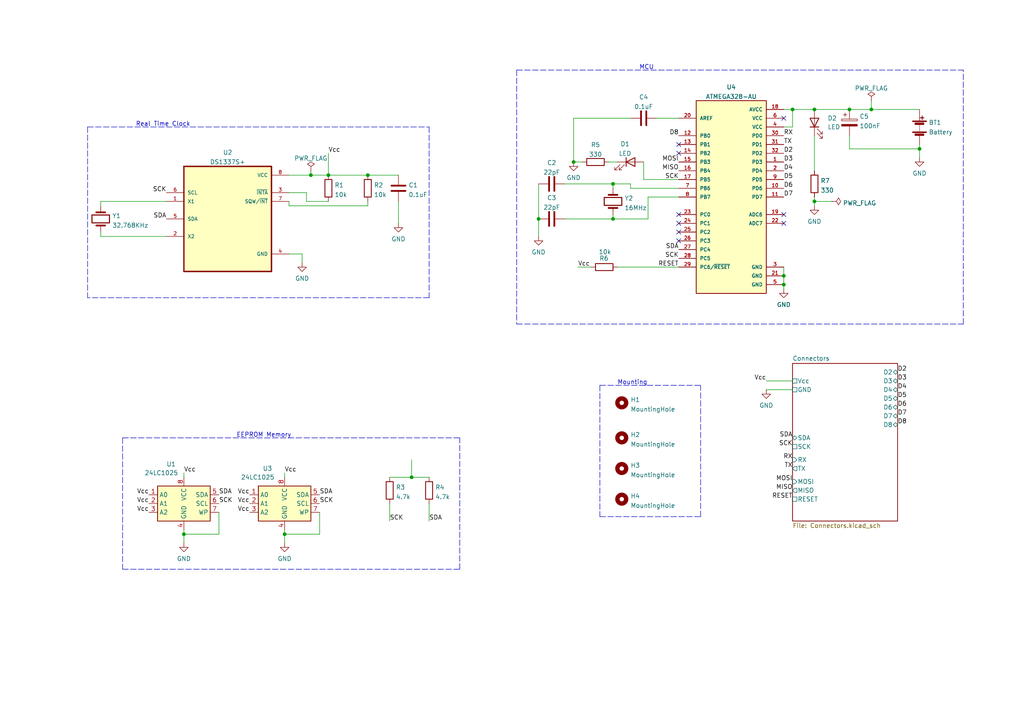
<source format=kicad_sch>
(kicad_sch (version 20211123) (generator eeschema)
  (paper "A4")
  (title_block (title "MCU Datalogger") (date "2022-01-13") (rev "1") (company "ITESM") (comment 1 "Diego Prado "))
  (lib_symbols
    (symbol "ATMEGA328-AU:ATMEGA328-AU" (pin_names (offset 1.016))
      (property "Reference" "U4" (at 0 31.9065 0))
      (property "Value" "ATMEGA328-AU" (at 0 29.1314 0))
      (symbol "ATMEGA328-AU_0_0"
        (rectangle (start -10.16 -27.94) (end 10.16 27.94) (stroke (width 0.254)) (fill (type background)))
        (pin bidirectional line (at 15.24 10.16 180) (length 5.08) (name "PD3") (number "1"))
        (pin bidirectional line (at 15.24 2.54 180) (length 5.08) (name "PD6") (number "10"))
        (pin bidirectional line (at 15.24 0 180) (length 5.08) (name "PD7") (number "11"))
        (pin bidirectional line (at -15.24 17.78 0) (length 5.08) (name "PB0") (number "12"))
        (pin bidirectional line (at -15.24 15.24 0) (length 5.08) (name "PB1") (number "13"))
        (pin bidirectional line (at -15.24 12.7 0) (length 5.08) (name "PB2") (number "14"))
        (pin bidirectional line (at -15.24 10.16 0) (length 5.08) (name "PB3") (number "15"))
        (pin bidirectional line (at -15.24 7.62 0) (length 5.08) (name "PB4") (number "16"))
        (pin bidirectional line (at -15.24 5.08 0) (length 5.08) (name "PB5") (number "17"))
        (pin power_in line (at 15.24 25.4 180) (length 5.08) (name "AVCC") (number "18"))
        (pin bidirectional line (at 15.24 -5.08 180) (length 5.08) (name "ADC6") (number "19"))
        (pin bidirectional line (at 15.24 7.62 180) (length 5.08) (name "PD4") (number "2"))
        (pin input line (at -15.24 22.86 0) (length 5.08) (name "AREF") (number "20"))
        (pin power_in line (at 15.24 -22.86 180) (length 5.08) (name "GND") (number "21"))
        (pin bidirectional line (at 15.24 -7.62 180) (length 5.08) (name "ADC7") (number "22"))
        (pin bidirectional line (at -15.24 -5.08 0) (length 5.08) (name "PC0") (number "23"))
        (pin bidirectional line (at -15.24 -7.62 0) (length 5.08) (name "PC1") (number "24"))
        (pin bidirectional line (at -15.24 -10.16 0) (length 5.08) (name "PC2") (number "25"))
        (pin bidirectional line (at -15.24 -12.7 0) (length 5.08) (name "PC3") (number "26"))
        (pin bidirectional line (at -15.24 -15.24 0) (length 5.08) (name "PC4") (number "27"))
        (pin bidirectional line (at -15.24 -17.78 0) (length 5.08) (name "PC5") (number "28"))
        (pin bidirectional line (at -15.24 -20.32 0) (length 5.08) (name "PC6/~{RESET}") (number "29"))
        (pin power_in line (at 15.24 -20.32 180) (length 5.08) (name "GND") (number "3"))
        (pin bidirectional line (at 15.24 17.78 180) (length 5.08) (name "PD0") (number "30"))
        (pin bidirectional line (at 15.24 15.24 180) (length 5.08) (name "PD1") (number "31"))
        (pin bidirectional line (at 15.24 12.7 180) (length 5.08) (name "PD2") (number "32"))
        (pin power_in line (at 15.24 20.32 180) (length 5.08) (name "VCC") (number "4"))
        (pin power_in line (at 15.24 -25.4 180) (length 5.08) (name "GND") (number "5"))
        (pin power_in line (at 15.24 22.86 180) (length 5.08) (name "VCC") (number "6"))
        (pin bidirectional line (at -15.24 2.54 0) (length 5.08) (name "PB6") (number "7"))
        (pin bidirectional line (at -15.24 0 0) (length 5.08) (name "PB7") (number "8"))
        (pin bidirectional line (at 15.24 5.08 180) (length 5.08) (name "PD5") (number "9"))
      )
    )
    (symbol "DS1337S_:DS1337S+" (pin_names (offset 1.016))
      (property "Reference" "U" (at -12.7 16.2306 0))
      (property "Value" "DS1337S+" (at -12.7 -19.2278 0))
      (symbol "DS1337S+_0_0"
        (rectangle (start -12.7 -15.24) (end 12.7 15.24) (stroke (width 0.4064)) (fill (type background)))
        (pin input line (at -17.78 5.08 0) (length 5.08) (name "X1") (number "1"))
        (pin bidirectional line (at -17.78 -5.08 0) (length 5.08) (name "X2") (number "2"))
        (pin output line (at 17.78 7.62 180) (length 5.08) (name "~{INTA}") (number "3"))
        (pin power_in line (at 17.78 -10.16 180) (length 5.08) (name "GND") (number "4"))
        (pin bidirectional line (at -17.78 0 0) (length 5.08) (name "SDA") (number "5"))
        (pin input line (at -17.78 7.62 0) (length 5.08) (name "SCL") (number "6"))
        (pin output line (at 17.78 5.08 180) (length 5.08) (name "SQW/~{INT}") (number "7"))
        (pin power_in line (at 17.78 12.7 180) (length 5.08) (name "VCC") (number "8"))
      )
    )
    (symbol "Device:Battery" (pin_numbers hide) (pin_names (offset 0) hide)
      (property "Reference" "BT" (at 2.54 2.54 0))
      (property "Value" "Battery" (at 2.54 0 0))
      (symbol "Battery_0_1"
        (rectangle (start -2.032 -1.397) (end 2.032 -1.651) (fill (type outline)))
        (rectangle (start -2.032 1.778) (end 2.032 1.524) (fill (type outline)))
        (rectangle (start -1.3208 -1.9812) (end 1.27 -2.4892) (fill (type outline)))
        (rectangle (start -1.3208 1.1938) (end 1.27 0.6858) (fill (type outline)))
        (polyline (pts (xy 0 -1.524) (xy 0 -1.27)))
        (polyline (pts (xy 0 -1.016) (xy 0 -0.762)))
        (polyline (pts (xy 0 -0.508) (xy 0 -0.254)))
        (polyline (pts (xy 0 0) (xy 0 0.254)))
        (polyline (pts (xy 0 0.508) (xy 0 0.762)))
        (polyline (pts (xy 0 1.778) (xy 0 2.54)))
        (polyline (pts (xy 0.254 2.667) (xy 1.27 2.667)) (stroke (width 0.254)))
        (polyline (pts (xy 0.762 3.175) (xy 0.762 2.159)) (stroke (width 0.254)))
      )
      (symbol "Battery_1_1"
        (pin passive line (at 0 5.08 270) (length 2.54) (name "+") (number "1"))
        (pin passive line (at 0 -5.08 90) (length 2.54) (name "-") (number "2"))
      )
    )
    (symbol "Device:C" (pin_numbers hide) (pin_names (offset 0.254))
      (property "Reference" "C" (at 0.635 2.54 0))
      (property "Value" "C" (at 0.635 -2.54 0))
      (symbol "C_0_1"
        (polyline (pts (xy -2.032 -0.762) (xy 2.032 -0.762)) (stroke (width 0.508)))
        (polyline (pts (xy -2.032 0.762) (xy 2.032 0.762)) (stroke (width 0.508)))
      )
      (symbol "C_1_1"
        (pin passive line (at 0 3.81 270) (length 2.794) (name "~") (number "1"))
        (pin passive line (at 0 -3.81 90) (length 2.794) (name "~") (number "2"))
      )
    )
    (symbol "Device:C_Polarized" (pin_numbers hide) (pin_names (offset 0.254))
      (property "Reference" "C" (at 0.635 2.54 0))
      (property "Value" "C_Polarized" (at 0.635 -2.54 0))
      (symbol "C_Polarized_0_1"
        (rectangle (start -2.286 0.508) (end 2.286 1.016))
        (polyline (pts (xy -1.778 2.286) (xy -0.762 2.286)))
        (polyline (pts (xy -1.27 2.794) (xy -1.27 1.778)))
        (rectangle (start 2.286 -0.508) (end -2.286 -1.016) (fill (type outline)))
      )
      (symbol "C_Polarized_1_1"
        (pin passive line (at 0 3.81 270) (length 2.794) (name "~") (number "1"))
        (pin passive line (at 0 -3.81 90) (length 2.794) (name "~") (number "2"))
      )
    )
    (symbol "Device:Crystal" (pin_numbers hide) (pin_names (offset 1.016) hide)
      (property "Reference" "Y" (at 0 3.81 0))
      (property "Value" "Crystal" (at 0 -3.81 0))
      (symbol "Crystal_0_1"
        (rectangle (start -1.143 2.54) (end 1.143 -2.54) (stroke (width 0.3048)))
        (polyline (pts (xy -2.54 0) (xy -1.905 0)))
        (polyline (pts (xy -1.905 -1.27) (xy -1.905 1.27)) (stroke (width 0.508)))
        (polyline (pts (xy 1.905 -1.27) (xy 1.905 1.27)) (stroke (width 0.508)))
        (polyline (pts (xy 2.54 0) (xy 1.905 0)))
      )
      (symbol "Crystal_1_1"
        (pin passive line (at -3.81 0 0) (length 1.27) (name "1") (number "1"))
        (pin passive line (at 3.81 0 180) (length 1.27) (name "2") (number "2"))
      )
    )
    (symbol "Device:LED" (pin_numbers hide) (pin_names (offset 1.016) hide)
      (property "Reference" "D" (at 0 2.54 0))
      (property "Value" "LED" (at 0 -2.54 0))
      (symbol "LED_0_1"
        (polyline (pts (xy -1.27 -1.27) (xy -1.27 1.27)) (stroke (width 0.254)))
        (polyline (pts (xy -1.27 0) (xy 1.27 0)))
        (polyline (pts (xy 1.27 -1.27) (xy 1.27 1.27) (xy -1.27 0) (xy 1.27 -1.27)) (stroke (width 0.254)))
        (polyline (pts (xy -3.048 -0.762) (xy -4.572 -2.286) (xy -3.81 -2.286) (xy -4.572 -2.286) (xy -4.572 -1.524)))
        (polyline (pts (xy -1.778 -0.762) (xy -3.302 -2.286) (xy -2.54 -2.286) (xy -3.302 -2.286) (xy -3.302 -1.524)))
      )
      (symbol "LED_1_1"
        (pin passive line (at -3.81 0 0) (length 2.54) (name "K") (number "1"))
        (pin passive line (at 3.81 0 180) (length 2.54) (name "A") (number "2"))
      )
    )
    (symbol "Device:R" (pin_numbers hide) (pin_names (offset 0))
      (property "Reference" "R" (at 2.032 0 90))
      (property "Value" "R" (at 0 0 90))
      (symbol "R_0_1"
        (rectangle (start -1.016 -2.54) (end 1.016 2.54) (stroke (width 0.254)))
      )
      (symbol "R_1_1"
        (pin passive line (at 0 3.81 270) (length 1.27) (name "~") (number "1"))
        (pin passive line (at 0 -3.81 90) (length 1.27) (name "~") (number "2"))
      )
    )
    (symbol "Mechanical:MountingHole" (pin_names (offset 1.016))
      (property "Reference" "H" (at 0 5.08 0))
      (property "Value" "MountingHole" (at 0 3.175 0))
      (symbol "MountingHole_0_1"
        (circle (center 0 0) (radius 1.27) (stroke (width 1.27)))
      )
    )
    (symbol "Memory_EEPROM:24LC1025"
      (property "Reference" "U" (at -6.35 6.35 0))
      (property "Value" "24LC1025" (at 1.27 6.35 0))
      (symbol "24LC1025_1_1"
        (rectangle (start -7.62 5.08) (end 7.62 -5.08) (stroke (width 0.254)) (fill (type background)))
        (pin input line (at -10.16 2.54 0) (length 2.54) (name "A0") (number "1"))
        (pin input line (at -10.16 0 0) (length 2.54) (name "A1") (number "2"))
        (pin input line (at -10.16 -2.54 0) (length 2.54) (name "A2") (number "3"))
        (pin power_in line (at 0 -7.62 90) (length 2.54) (name "GND") (number "4"))
        (pin bidirectional line (at 10.16 2.54 180) (length 2.54) (name "SDA") (number "5"))
        (pin input line (at 10.16 0 180) (length 2.54) (name "SCL") (number "6"))
        (pin input line (at 10.16 -2.54 180) (length 2.54) (name "WP") (number "7"))
        (pin power_in line (at 0 7.62 270) (length 2.54) (name "VCC") (number "8"))
      )
    )
    (symbol "power:GND" (power) (pin_names (offset 0))
      (property "Value" "GND" (at 0 -3.81 0))
      (symbol "GND_0_1"
        (polyline (pts (xy 0 0) (xy 0 -1.27) (xy 1.27 -1.27) (xy 0 -2.54) (xy -1.27 -1.27) (xy 0 -1.27)))
      )
      (symbol "GND_1_1"
        (pin power_in line (at 0 0 270) (length 0) hide (name "GND") (number "1"))
      )
    )
    (symbol "power:PWR_FLAG" (power) (pin_numbers hide) (pin_names (offset 0) hide)
      (property "Value" "PWR_FLAG" (at 0 3.81 0))
      (symbol "PWR_FLAG_0_0"
        (pin power_out line (at 0 0 90) (length 0) (name "pwr") (number "1"))
      )
      (symbol "PWR_FLAG_0_1"
        (polyline (pts (xy 0 0) (xy 0 1.27) (xy -1.016 1.905) (xy 0 2.54) (xy 1.016 1.905) (xy 0 1.27)))
      )
    )
  )
  (junction (at 227.33 82.55))
  (junction (at 177.8 63.5))
  (junction (at 166.37 46.99))
  (junction (at 156.21 63.5))
  (junction (at 266.7 43.18))
  (junction (at 229.87 31.75))
  (junction (at 177.8 53.34))
  (junction (at 106.68 50.8))
  (junction (at 236.22 31.75))
  (junction (at 236.22 58.42))
  (junction (at 82.55 154.94))
  (junction (at 90.17 50.8))
  (junction (at 227.33 80.01))
  (junction (at 53.34 154.94))
  (junction (at 252.73 31.75))
  (junction (at 246.38 31.75))
  (junction (at 119.38 138.43))
  (junction (at 95.25 50.8))
  (no_connect (at 227.33 62.23))
  (no_connect (at 227.33 64.77))
  (no_connect (at 196.85 67.31))
  (no_connect (at 196.85 69.85))
  (no_connect (at 196.85 64.77))
  (no_connect (at 196.85 62.23))
  (no_connect (at 196.85 44.45))
  (no_connect (at 196.85 41.91))
  (no_connect (at 227.33 34.29))
  (wire (pts (xy 246.38 43.18) (xy 266.7 43.18)))
  (polyline (pts (xy 173.99 111.76) (xy 203.2 111.76)))
  (polyline (pts (xy 133.35 165.1) (xy 133.35 127)))
  (wire (pts (xy 63.5 154.94) (xy 53.34 154.94)))
  (polyline (pts (xy 149.86 20.32) (xy 279.4 20.32)))
  (wire (pts (xy 119.38 138.43) (xy 124.46 138.43)))
  (wire (pts (xy 227.33 82.55) (xy 227.33 83.82)))
  (wire (pts (xy 163.83 63.5) (xy 177.8 63.5)))
  (wire (pts (xy 29.21 58.42) (xy 29.21 59.69)))
  (wire (pts (xy 222.25 113.03) (xy 229.87 113.03)))
  (polyline (pts (xy 173.99 111.76) (xy 173.99 149.86)))
  (wire (pts (xy 227.33 80.01) (xy 227.33 82.55)))
  (wire (pts (xy 90.17 50.8) (xy 95.25 50.8)))
  (wire (pts (xy 182.88 53.34) (xy 177.8 53.34)))
  (polyline (pts (xy 173.99 149.86) (xy 203.2 149.86)))
  (wire (pts (xy 177.8 54.61) (xy 177.8 53.34)))
  (polyline (pts (xy 35.56 127) (xy 133.35 127)))
  (wire (pts (xy 92.71 148.59) (xy 92.71 154.94)))
  (wire (pts (xy 196.85 52.07) (xy 186.69 52.07)))
  (wire (pts (xy 29.21 68.58) (xy 29.21 67.31)))
  (wire (pts (xy 186.69 52.07) (xy 186.69 46.99)))
  (wire (pts (xy 92.71 154.94) (xy 82.55 154.94)))
  (wire (pts (xy 53.34 154.94) (xy 53.34 157.48)))
  (polyline (pts (xy 124.46 36.83) (xy 124.46 86.36)))
  (wire (pts (xy 252.73 31.75) (xy 266.7 31.75)))
  (wire (pts (xy 236.22 57.15) (xy 236.22 58.42)))
  (wire (pts (xy 167.64 77.47) (xy 171.45 77.47)))
  (wire (pts (xy 196.85 57.15) (xy 187.96 57.15)))
  (wire (pts (xy 246.38 31.75) (xy 252.73 31.75)))
  (wire (pts (xy 113.03 146.05) (xy 113.03 151.13)))
  (wire (pts (xy 229.87 36.83) (xy 229.87 31.75)))
  (wire (pts (xy 115.57 58.42) (xy 115.57 64.77)))
  (wire (pts (xy 190.5 34.29) (xy 196.85 34.29)))
  (wire (pts (xy 179.07 77.47) (xy 196.85 77.47)))
  (wire (pts (xy 156.21 53.34) (xy 156.21 63.5)))
  (wire (pts (xy 113.03 138.43) (xy 119.38 138.43)))
  (wire (pts (xy 95.25 50.8) (xy 106.68 50.8)))
  (wire (pts (xy 252.73 29.21) (xy 252.73 31.75)))
  (wire (pts (xy 53.34 137.16) (xy 53.34 138.43)))
  (wire (pts (xy 48.26 68.58) (xy 29.21 68.58)))
  (wire (pts (xy 229.87 31.75) (xy 236.22 31.75)))
  (wire (pts (xy 227.33 31.75) (xy 229.87 31.75)))
  (wire (pts (xy 119.38 133.35) (xy 119.38 138.43)))
  (wire (pts (xy 53.34 153.67) (xy 53.34 154.94)))
  (wire (pts (xy 266.7 41.91) (xy 266.7 43.18)))
  (wire (pts (xy 95.25 58.42) (xy 88.9 58.42)))
  (wire (pts (xy 48.26 58.42) (xy 29.21 58.42)))
  (wire (pts (xy 266.7 43.18) (xy 266.7 45.72)))
  (polyline (pts (xy 149.86 20.32) (xy 149.86 93.98)))
  (wire (pts (xy 166.37 46.99) (xy 168.91 46.99)))
  (wire (pts (xy 88.9 58.42) (xy 88.9 55.88)))
  (wire (pts (xy 246.38 39.37) (xy 246.38 43.18)))
  (wire (pts (xy 106.68 58.42) (xy 106.68 59.69)))
  (polyline (pts (xy 203.2 149.86) (xy 203.2 111.76)))
  (wire (pts (xy 163.83 53.34) (xy 177.8 53.34)))
  (wire (pts (xy 222.25 110.49) (xy 229.87 110.49)))
  (wire (pts (xy 236.22 58.42) (xy 236.22 59.69)))
  (wire (pts (xy 82.55 154.94) (xy 82.55 157.48)))
  (polyline (pts (xy 149.86 93.98) (xy 279.4 93.98)))
  (wire (pts (xy 83.82 50.8) (xy 90.17 50.8)))
  (wire (pts (xy 82.55 137.16) (xy 82.55 138.43)))
  (polyline (pts (xy 279.4 93.98) (xy 279.4 20.32)))
  (wire (pts (xy 182.88 54.61) (xy 182.88 53.34)))
  (wire (pts (xy 187.96 57.15) (xy 187.96 63.5)))
  (wire (pts (xy 83.82 73.66) (xy 87.63 73.66)))
  (wire (pts (xy 187.96 63.5) (xy 177.8 63.5)))
  (wire (pts (xy 236.22 31.75) (xy 246.38 31.75)))
  (wire (pts (xy 227.33 36.83) (xy 229.87 36.83)))
  (wire (pts (xy 63.5 148.59) (xy 63.5 154.94)))
  (wire (pts (xy 176.53 46.99) (xy 179.07 46.99)))
  (wire (pts (xy 236.22 58.42) (xy 241.3 58.42)))
  (wire (pts (xy 156.21 63.5) (xy 156.21 68.58)))
  (polyline (pts (xy 35.56 127) (xy 35.56 165.1)))
  (wire (pts (xy 88.9 55.88) (xy 83.82 55.88)))
  (polyline (pts (xy 124.46 86.36) (xy 25.4 86.36)))
  (wire (pts (xy 196.85 54.61) (xy 182.88 54.61)))
  (polyline (pts (xy 25.4 36.83) (xy 25.4 86.36)))
  (wire (pts (xy 95.25 44.45) (xy 95.25 50.8)))
  (wire (pts (xy 236.22 39.37) (xy 236.22 49.53)))
  (wire (pts (xy 182.88 34.29) (xy 166.37 34.29)))
  (polyline (pts (xy 35.56 165.1) (xy 133.35 165.1)))
  (wire (pts (xy 87.63 73.66) (xy 87.63 76.2)))
  (polyline (pts (xy 25.4 36.83) (xy 124.46 36.83)))
  (wire (pts (xy 106.68 59.69) (xy 83.82 59.69)))
  (wire (pts (xy 82.55 153.67) (xy 82.55 154.94)))
  (wire (pts (xy 90.17 49.53) (xy 90.17 50.8)))
  (wire (pts (xy 83.82 59.69) (xy 83.82 58.42)))
  (wire (pts (xy 124.46 146.05) (xy 124.46 151.13)))
  (wire (pts (xy 177.8 63.5) (xy 177.8 62.23)))
  (wire (pts (xy 106.68 50.8) (xy 115.57 50.8)))
  (wire (pts (xy 166.37 34.29) (xy 166.37 46.99)))
  (wire (pts (xy 227.33 77.47) (xy 227.33 80.01)))
  (text "EEPROM Memory" (at 68.58 127 0) (effects (font (size 1.27 1.27)) (justify left bottom)))
  (text "Mounting" (at 179.07 111.76 0) (effects (font (size 1.27 1.27)) (justify left bottom)))
  (text "Real Time Clock\n" (at 39.37 36.83 0) (effects (font (size 1.27 1.27)) (justify left bottom)))
  (text "MCU\n" (at 185.42 20.32 0) (effects (font (size 1.27 1.27)) (justify left bottom)))
  (label "SCK" (at 92.71 146.05 0))
  (label "Vcc" (at 72.39 146.05 180))
  (label "SCK" (at 48.26 55.88 180))
  (label "SDA" (at 196.85 72.39 180))
  (label "Vcc" (at 222.25 110.49 180))
  (label "RX" (at 229.87 133.35 180))
  (label "SCK" (at 113.03 151.13 0))
  (label "MISO" (at 196.85 49.53 180))
  (label "TX" (at 227.33 41.91 0))
  (label "MOSI" (at 229.87 139.7 180))
  (label "D4" (at 227.33 49.53 0))
  (label "MISO" (at 229.87 142.24 180))
  (label "Vcc" (at 95.25 44.45 0))
  (label "TX" (at 229.87 135.89 180))
  (label "Vcc" (at 82.55 137.16 0))
  (label "D2" (at 260.35 107.95 0))
  (label "Vcc" (at 167.64 77.47 0))
  (label "D8" (at 260.35 123.19 0))
  (label "D6" (at 260.35 118.11 0))
  (label "SCK" (at 196.85 52.07 180))
  (label "Vcc" (at 53.34 137.16 0))
  (label "D4" (at 260.35 113.03 0))
  (label "RESET" (at 229.87 144.78 180))
  (label "MOSI" (at 196.85 46.99 180))
  (label "D7" (at 260.35 120.65 0))
  (label "SCK" (at 229.87 129.54 180))
  (label "SDA" (at 124.46 151.13 0))
  (label "SDA" (at 63.5 143.51 0))
  (label "D8" (at 196.85 39.37 180))
  (label "D5" (at 227.33 52.07 0))
  (label "Vcc" (at 43.18 143.51 180))
  (label "SDA" (at 48.26 63.5 180))
  (label "SCK" (at 196.85 74.93 180))
  (label "RX" (at 227.33 39.37 0))
  (label "D7" (at 227.33 57.15 0))
  (label "Vcc" (at 72.39 148.59 180))
  (label "SDA" (at 92.71 143.51 0))
  (label "RESET" (at 196.85 77.47 180))
  (label "D2" (at 227.33 44.45 0))
  (label "Vcc" (at 43.18 148.59 180))
  (label "SCK" (at 63.5 146.05 0))
  (label "D3" (at 227.33 46.99 0))
  (label "D6" (at 227.33 54.61 0))
  (label "D3" (at 260.35 110.49 0))
  (label "Vcc" (at 43.18 146.05 180))
  (label "Vcc" (at 72.39 143.51 180))
  (label "D5" (at 260.35 115.57 0))
  (label "SDA" (at 229.87 127 180))
  (symbol (lib_id "Mechanical:MountingHole") (at 180.34 127 0) (unit 1)
    (property "Reference" "H2" (at 182.88 126.0915 0) (effects (justify left)))
    (property "Value" "MountingHole" (at 182.88 128.8666 0) (effects (justify left)))
    (property "Footprint" "MountingHole:MountingHole_2.1mm" (effects hide))
  )
  (symbol (lib_id "Device:C_Polarized") (at 246.38 35.56 0) (unit 1)
    (property "Reference" "C5" (at 249.301 33.7625 0) (effects (justify left)))
    (property "Value" "100nF" (at 249.301 36.5376 0) (effects (justify left)))
    (property "Footprint" "Capacitor_SMD:C_0805_2012Metric" (effects hide))
  )
  (symbol (lib_id "Device:C") (at 186.69 34.29 90) (unit 1)
    (property "Reference" "C4" (at 186.69 28.1645 90))
    (property "Value" "0.1uF" (at 186.69 30.9396 90))
    (property "Footprint" "Capacitor_SMD:C_0805_2012Metric" (effects hide))
  )
  (symbol (lib_id "Device:R") (at 236.22 53.34 0) (unit 1)
    (property "Reference" "R7" (at 237.998 52.4315 0) (effects (justify left)))
    (property "Value" "330" (at 237.998 55.2066 0) (effects (justify left)))
    (property "Footprint" "Resistor_SMD:R_0805_2012Metric" (effects hide))
  )
  (symbol (lib_id "DS1337S_:DS1337S+") (at 66.04 63.5 0) (unit 1)
    (property "Reference" "U2" (at 66.04 44.2173 0))
    (property "Value" "DS1337S+" (at 66.04 46.9924 0))
    (property "Footprint" "digikey-footprints:SOIC127P600X175-8N" (effects hide))
  )
  (symbol (lib_id "Mechanical:MountingHole") (at 180.34 116.84 0) (unit 1)
    (property "Reference" "H1" (at 182.88 115.9315 0) (effects (justify left)))
    (property "Value" "MountingHole" (at 182.88 118.7066 0) (effects (justify left)))
    (property "Footprint" "MountingHole:MountingHole_2.1mm" (effects hide))
  )
  (symbol (lib_id "Mechanical:MountingHole") (at 180.34 135.89 0) (unit 1)
    (property "Reference" "H3" (at 182.88 134.9815 0) (effects (justify left)))
    (property "Value" "MountingHole" (at 182.88 137.7566 0) (effects (justify left)))
    (property "Footprint" "MountingHole:MountingHole_2.1mm" (effects hide))
  )
  (symbol (lib_id "power:GND") (at 166.37 46.99 0) (unit 1)
    (property "Reference" "#PWR0109" (effects hide))
    (property "Value" "GND" (at 166.37 51.5525 0))
  )
  (symbol (lib_id "Device:R") (at 124.46 142.24 0) (unit 1)
    (property "Reference" "R4" (at 126.238 141.3315 0) (effects (justify left)))
    (property "Value" "4.7k" (at 126.238 144.1066 0) (effects (justify left)))
    (property "Footprint" "Resistor_SMD:R_0805_2012Metric" (effects hide))
  )
  (symbol (lib_id "ATMEGA328-AU:ATMEGA328-AU") (at 212.09 57.15 0) (unit 1)
    (property "Reference" "U4" (at 212.09 25.2435 0))
    (property "Value" "ATMEGA328-AU" (at 212.09 28.0186 0))
    (property "Footprint" "digikey-footprints:QFP80P900X900X120-32N" (effects hide))
    (property "MANUFACTURER" "Atmel" (effects hide))
  )
  (symbol (lib_id "Device:C") (at 160.02 53.34 90) (unit 1)
    (property "Reference" "C2" (at 160.02 47.2145 90))
    (property "Value" "22pF" (at 160.02 49.9896 90))
    (property "Footprint" "Capacitor_SMD:C_0805_2012Metric" (effects hide))
  )
  (symbol (lib_id "power:GND") (at 227.33 83.82 0) (unit 1)
    (property "Reference" "#PWR0107" (effects hide))
    (property "Value" "GND" (at 227.33 88.3825 0))
  )
  (symbol (lib_id "Memory_EEPROM:24LC1025") (at 82.55 146.05 0) (unit 1)
    (property "Reference" "U3" (at 76.2 135.89 0) (effects (justify left)))
    (property "Value" "24LC1025" (at 69.85 138.43 0) (effects (justify left)))
    (property "Footprint" "Package_SO:SOIC-8_5.23x5.23mm_P1.27mm" (effects hide))
    (property "Datasheet" "http://ww1.microchip.com/downloads/en/DeviceDoc/21941B.pdf" (effects hide))
  )
  (symbol (lib_id "Device:R") (at 95.25 54.61 0) (unit 1)
    (property "Reference" "R1" (at 97.028 53.7015 0) (effects (justify left)))
    (property "Value" "10k" (at 97.028 56.4766 0) (effects (justify left)))
    (property "Footprint" "Resistor_SMD:R_0805_2012Metric" (effects hide))
  )
  (symbol (lib_id "Mechanical:MountingHole") (at 180.34 144.78 0) (unit 1)
    (property "Reference" "H4" (at 182.88 143.8715 0) (effects (justify left)))
    (property "Value" "MountingHole" (at 182.88 146.6466 0) (effects (justify left)))
    (property "Footprint" "MountingHole:MountingHole_2.1mm" (effects hide))
  )
  (symbol (lib_id "power:GND") (at 82.55 157.48 0) (unit 1)
    (property "Reference" "#PWR0102" (effects hide))
    (property "Value" "GND" (at 82.55 162.0425 0))
  )
  (symbol (lib_id "Device:R") (at 113.03 142.24 0) (unit 1)
    (property "Reference" "R3" (at 114.808 141.3315 0) (effects (justify left)))
    (property "Value" "4.7k" (at 114.808 144.1066 0) (effects (justify left)))
    (property "Footprint" "Resistor_SMD:R_0805_2012Metric" (effects hide))
  )
  (symbol (lib_id "power:GND") (at 53.34 157.48 0) (unit 1)
    (property "Reference" "#PWR0101" (effects hide))
    (property "Value" "GND" (at 53.34 162.0425 0))
  )
  (symbol (lib_id "power:PWR_FLAG") (at 241.3 58.42 270) (unit 1)
    (property "Reference" "#FLG0101" (effects hide))
    (property "Value" "PWR_FLAG" (at 244.475 58.899 90) (effects (justify left)))
  )
  (symbol (lib_id "power:GND") (at 266.7 45.72 0) (unit 1)
    (property "Reference" "#PWR0110" (effects hide))
    (property "Value" "GND" (at 266.7 50.2825 0))
  )
  (symbol (lib_id "Device:C") (at 115.57 54.61 0) (unit 1)
    (property "Reference" "C1" (at 118.491 53.7015 0) (effects (justify left)))
    (property "Value" "0.1uF" (at 118.491 56.4766 0) (effects (justify left)))
    (property "Footprint" "Capacitor_SMD:C_0805_2012Metric" (effects hide))
  )
  (symbol (lib_id "Device:LED") (at 182.88 46.99 0) (unit 1)
    (property "Reference" "D1" (at 181.2925 41.7535 0))
    (property "Value" "LED" (at 181.2925 44.5286 0))
    (property "Footprint" "LED_SMD:LED_0805_2012Metric" (effects hide))
  )
  (symbol (lib_id "power:GND") (at 156.21 68.58 0) (unit 1)
    (property "Reference" "#PWR0105" (effects hide))
    (property "Value" "GND" (at 156.21 73.1425 0))
  )
  (symbol (lib_id "Device:Battery") (at 266.7 36.83 0) (unit 1)
    (property "Reference" "BT1" (at 269.367 35.5405 0) (effects (justify left)))
    (property "Value" "Battery" (at 269.367 38.3156 0) (effects (justify left)))
    (property "Footprint" "Connector_PinHeader_2.54mm:PinHeader_1x02_P2.54mm_Horizontal" (effects hide))
  )
  (symbol (lib_id "Device:R") (at 175.26 77.47 90) (unit 1)
    (property "Reference" "R6" (at 176.53 74.93 90) (effects (justify left)))
    (property "Value" "10k" (at 177.292 73.0634 90) (effects (justify left)))
    (property "Footprint" "Resistor_SMD:R_0805_2012Metric" (effects hide))
  )
  (symbol (lib_id "power:GND") (at 115.57 64.77 0) (unit 1)
    (property "Reference" "#PWR0103" (effects hide))
    (property "Value" "GND" (at 115.57 69.3325 0))
  )
  (symbol (lib_id "Device:Crystal") (at 177.8 58.42 90) (unit 1)
    (property "Reference" "Y2" (at 181.1274 57.5115 90) (effects (justify right)))
    (property "Value" "16MHz" (at 181.1274 60.2866 90) (effects (justify right)))
    (property "Footprint" "Crystal:Crystal_SMD_5032-2Pin_5.0x3.2mm_HandSoldering" (effects hide))
  )
  (symbol (lib_id "Device:LED") (at 236.22 35.56 90) (unit 1)
    (property "Reference" "D2" (at 240.03 34.29 90) (effects (justify right)))
    (property "Value" "LED" (at 240.03 36.83 90) (effects (justify right)))
    (property "Footprint" "LED_SMD:LED_0805_2012Metric" (effects hide))
  )
  (symbol (lib_id "Device:Crystal") (at 29.21 63.5 90) (unit 1)
    (property "Reference" "Y1" (at 32.5374 62.5915 90) (effects (justify right)))
    (property "Value" "32.768KHz" (at 32.5374 65.3666 90) (effects (justify right)))
    (property "Footprint" "Crystal:Crystal_SMD_5032-2Pin_5.0x3.2mm_HandSoldering" (effects hide))
  )
  (symbol (lib_id "power:GND") (at 236.22 59.69 0) (unit 1)
    (property "Reference" "#PWR0106" (effects hide))
    (property "Value" "GND" (at 236.22 64.2525 0))
  )
  (symbol (lib_id "Device:C") (at 160.02 63.5 90) (unit 1)
    (property "Reference" "C3" (at 160.02 57.3745 90))
    (property "Value" "22pF" (at 160.02 60.1496 90))
    (property "Footprint" "Capacitor_SMD:C_0805_2012Metric" (effects hide))
  )
  (symbol (lib_id "power:PWR_FLAG") (at 90.17 49.53 0) (unit 1)
    (property "Reference" "#FLG0103" (effects hide))
    (property "Value" "PWR_FLAG" (at 90.17 45.9255 0))
  )
  (symbol (lib_id "Memory_EEPROM:24LC1025") (at 53.34 146.05 0) (unit 1)
    (property "Reference" "U1" (at 48.26 134.62 0) (effects (justify left)))
    (property "Value" "24LC1025" (at 41.91 137.16 0) (effects (justify left)))
    (property "Footprint" "Package_SO:SOIC-8_5.23x5.23mm_P1.27mm" (effects hide))
    (property "Datasheet" "http://ww1.microchip.com/downloads/en/DeviceDoc/21941B.pdf" (effects hide))
  )
  (symbol (lib_id "Device:R") (at 106.68 54.61 0) (unit 1)
    (property "Reference" "R2" (at 108.458 53.7015 0) (effects (justify left)))
    (property "Value" "10k" (at 108.458 56.4766 0) (effects (justify left)))
    (property "Footprint" "Resistor_SMD:R_0805_2012Metric" (effects hide))
  )
  (symbol (lib_id "power:GND") (at 87.63 76.2 0) (unit 1)
    (property "Reference" "#PWR0104" (effects hide))
    (property "Value" "GND" (at 87.63 80.7625 0))
  )
  (symbol (lib_id "power:GND") (at 222.25 113.03 0) (unit 1)
    (property "Reference" "#PWR0108" (effects hide))
    (property "Value" "GND" (at 222.25 117.5925 0))
  )
  (symbol (lib_id "power:PWR_FLAG") (at 252.73 29.21 0) (unit 1)
    (property "Reference" "#FLG0102" (effects hide))
    (property "Value" "PWR_FLAG" (at 252.73 25.6055 0))
  )
  (symbol (lib_id "Device:R") (at 172.72 46.99 90) (unit 1)
    (property "Reference" "R5" (at 172.72 42.0075 90))
    (property "Value" "330" (at 172.72 44.7826 90))
    (property "Footprint" "Resistor_SMD:R_0805_2012Metric" (effects hide))
  )
  (sheet (at 229.87 105.41) (size 30.48 45.72) (stroke (width 0.1524))
    (property "Sheet name" "Connectors" (at 229.87 104.6984 0) (effects (justify left bottom)))
    (property "Sheet file" "Connectors.kicad_sch" (at 229.87 151.7146 0) (effects (justify left top)))
    (pin "D5" bidirectional (at 260.35 115.57 0))
    (pin "D3" bidirectional (at 260.35 110.49 0))
    (pin "D4" bidirectional (at 260.35 113.03 0))
    (pin "D2" bidirectional (at 260.35 107.95 0))
    (pin "GND" passive (at 229.87 113.03 180))
    (pin "Vcc" passive (at 229.87 110.49 180))
    (pin "SDA" bidirectional (at 229.87 127 180))
    (pin "SCK" passive (at 229.87 129.54 180))
    (pin "RX" input (at 229.87 133.35 180))
    (pin "TX" output (at 229.87 135.89 180))
    (pin "D6" bidirectional (at 260.35 118.11 0))
    (pin "D7" bidirectional (at 260.35 120.65 0))
    (pin "D8" bidirectional (at 260.35 123.19 0))
    (pin "MOSI" input (at 229.87 139.7 180))
    (pin "MISO" output (at 229.87 142.24 180))
    (pin "RESET" passive (at 229.87 144.78 180))
  )
)
</source>
